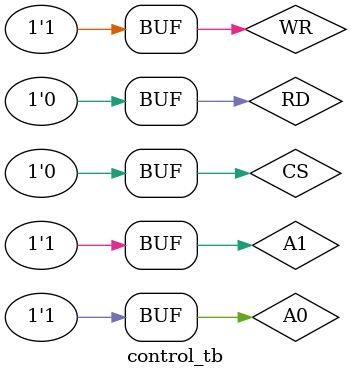
<source format=v>
module control_unit (CS,RD,WR,A0,A1,control, ic_mode);

	input CS,RD,WR,A0,A1,ic_mode;
	output [0:3]control;
	reg [0:3]control_reg;

	assign control = control_reg;

	always @(CS,RD,WR,A0,A1) begin
		
		if(~CS)begin 
			if(~A0 && ~A1) begin // p||t A
				if(~RD || ~WR) begin
					control_reg[0] <= 1'b1;
					control_reg[3] <= 1'b1;

					control_reg[1] <= 1'b0;
					control_reg[2] <= 1'b0;
				end // if(RD || WR)end
			end
			if(A0 && ~A1) begin // p||t B
				if(~RD || ~WR) begin
					control_reg[1] <= 1'b1;
					control_reg[3] <= 1'b1;

					control_reg[0] <= 1'b0;
					control_reg[2] <= 1'b0;
				end // if(RD || WR)end
			end
			if(~A0 && A1) begin // p||t C
				if(~RD || ~WR) begin
					control_reg[2] <= 1'b1;
					control_reg[3] <= 1'b1;

					control_reg[0] <= 1'b0;
					control_reg[1] <= 1'b0;
				end // if(RD || WR)end
			end
			if(A0 && A1) begin // p||t D to ctrl-w||d-reg
				if(~RD || ~WR) begin
					control_reg[3] <= 1'b1;

					control_reg[0] <= 1'b0;
					control_reg[1] <= 1'b0;
					control_reg[2] <= 1'b0;
					if(~ic_mode) begin
						control_reg[2] <= 1'b1;
					end
				end // if(RD || WR)end
			end
		end
		else begin
			control_reg = 4'b0000;
		end
	end // always @(CS,RD,WR,A0,A1,RESET)


endmodule


module control_tb ();


	reg CS,RD,WR,A0,A1;
	wire [0:3] out;

	control_unit A (CS,RD,WR,A0,A1,out);

	initial begin 

		$monitor("CS:%b RD:%b WR:%b A0:%b A1:%b out:%b ",CS,RD,WR,A0,A1,out);

		#5
		CS=1;
		RD=0;
		A0=0;
		A1=0;
		WR=1;
		#5
		CS=0;
		RD=0;
		A0=1;
		A1=1;

	end
	

endmodule
</source>
